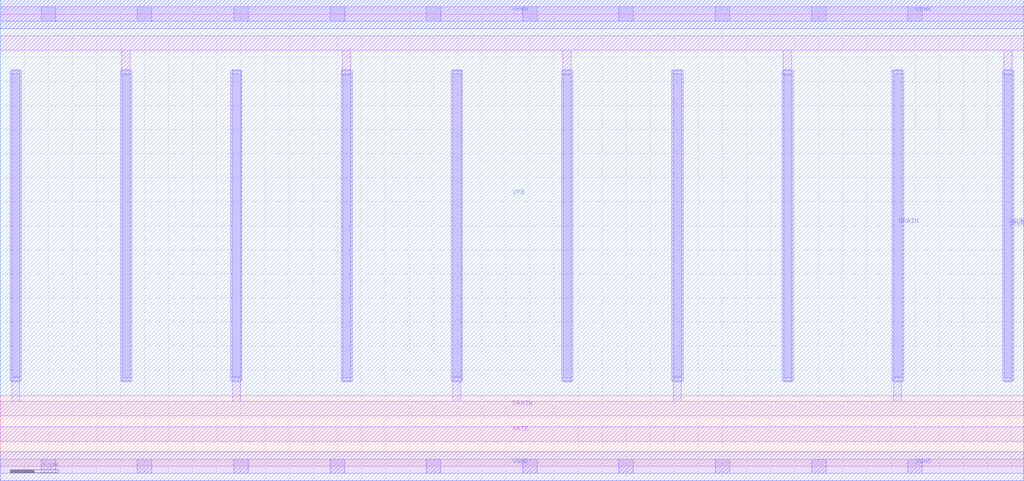
<source format=lef>
VERSION 5.7 ;
  NOWIREEXTENSIONATPIN ON ;
  DIVIDERCHAR "/" ;
  BUSBITCHARS "[]" ;
MACRO sky130_asc_pfet_01v8_lvt_9
  CLASS CORE ;
  FOREIGN sky130_asc_pfet_01v8_lvt_9 ;
  ORIGIN 0.000 0.000 ;
  SIZE 21.260 BY 9.400 ;
  SITE unitasc ;
  PIN GATE
    DIRECTION INOUT ;
    USE SIGNAL ;
    ANTENNAGATEAREA 116.099998 ;
    PORT
      LAYER li1 ;
        RECT 0.000 0.520 21.260 0.820 ;
    END
  END GATE
  PIN SOURCE
    DIRECTION INOUT ;
    USE SIGNAL ;
    ANTENNADIFFAREA 9.352500 ;
    PORT
      LAYER li1 ;
        RECT 0.000 8.650 21.260 8.950 ;
        RECT 2.525 8.245 2.695 8.650 ;
        RECT 7.105 8.245 7.275 8.650 ;
        RECT 11.685 8.245 11.855 8.650 ;
        RECT 16.265 8.245 16.435 8.650 ;
        RECT 20.845 8.245 21.015 8.650 ;
        RECT 2.525 8.130 2.700 8.245 ;
        RECT 7.105 8.130 7.280 8.245 ;
        RECT 11.685 8.130 11.860 8.245 ;
        RECT 16.265 8.130 16.440 8.245 ;
        RECT 20.845 8.130 21.020 8.245 ;
        RECT 2.530 1.755 2.700 8.130 ;
        RECT 7.110 1.755 7.280 8.130 ;
        RECT 11.690 1.755 11.860 8.130 ;
        RECT 16.270 1.755 16.440 8.130 ;
        RECT 20.850 1.755 21.020 8.130 ;
      LAYER mcon ;
        RECT 2.530 1.835 2.700 8.165 ;
        RECT 7.110 1.835 7.280 8.165 ;
        RECT 11.690 1.835 11.860 8.165 ;
        RECT 16.270 1.835 16.440 8.165 ;
        RECT 20.850 1.835 21.020 8.165 ;
      LAYER met1 ;
        RECT 2.500 1.775 2.730 8.225 ;
        RECT 7.080 1.775 7.310 8.225 ;
        RECT 11.660 1.775 11.890 8.225 ;
        RECT 16.240 1.775 16.470 8.225 ;
        RECT 20.820 1.775 21.050 8.225 ;
    END
  END SOURCE
  PIN DRAIN
    DIRECTION INOUT ;
    USE SIGNAL ;
    ANTENNADIFFAREA 9.352500 ;
    PORT
      LAYER li1 ;
        RECT 0.240 1.870 0.410 8.245 ;
        RECT 4.820 1.870 4.990 8.245 ;
        RECT 9.400 1.870 9.570 8.245 ;
        RECT 13.980 1.870 14.150 8.245 ;
        RECT 18.560 1.870 18.730 8.245 ;
        RECT 0.235 1.755 0.410 1.870 ;
        RECT 4.815 1.755 4.990 1.870 ;
        RECT 9.395 1.755 9.570 1.870 ;
        RECT 13.975 1.755 14.150 1.870 ;
        RECT 18.555 1.755 18.730 1.870 ;
        RECT 0.235 1.350 0.405 1.755 ;
        RECT 4.815 1.350 4.985 1.755 ;
        RECT 9.395 1.350 9.565 1.755 ;
        RECT 13.975 1.350 14.145 1.755 ;
        RECT 18.555 1.350 18.725 1.755 ;
        RECT 0.000 1.050 21.260 1.350 ;
      LAYER mcon ;
        RECT 0.240 1.835 0.410 8.165 ;
        RECT 4.820 1.835 4.990 8.165 ;
        RECT 9.400 1.835 9.570 8.165 ;
        RECT 13.980 1.835 14.150 8.165 ;
        RECT 18.560 1.835 18.730 8.165 ;
      LAYER met1 ;
        RECT 0.210 1.775 0.440 8.225 ;
        RECT 4.790 1.775 5.020 8.225 ;
        RECT 9.370 1.775 9.600 8.225 ;
        RECT 13.950 1.775 14.180 8.225 ;
        RECT 18.530 1.775 18.760 8.225 ;
    END
  END DRAIN
  PIN VPB
    DIRECTION INOUT ;
    USE POWER ;
    PORT
      LAYER nwell ;
        RECT 0.000 1.465 21.260 9.700 ;
    END
  END VPB
  PIN VPWR
    DIRECTION INOUT ;
    USE POWER ;
    PORT
      LAYER li1 ;
        RECT 0.000 9.250 21.260 9.550 ;
      LAYER mcon ;
        RECT 0.850 9.250 1.150 9.550 ;
        RECT 2.850 9.250 3.150 9.550 ;
        RECT 4.850 9.250 5.150 9.550 ;
        RECT 6.850 9.250 7.150 9.550 ;
        RECT 8.850 9.250 9.150 9.550 ;
        RECT 10.850 9.250 11.150 9.550 ;
        RECT 12.850 9.250 13.150 9.550 ;
        RECT 14.850 9.250 15.150 9.550 ;
        RECT 16.850 9.250 17.150 9.550 ;
        RECT 18.850 9.250 19.150 9.550 ;
      LAYER met1 ;
        RECT 0.000 9.100 21.260 9.700 ;
    END
  END VPWR
  PIN VGND
    DIRECTION INOUT ;
    USE GROUND ;
    PORT
      LAYER li1 ;
        RECT 0.000 -0.150 21.260 0.150 ;
      LAYER mcon ;
        RECT 0.850 -0.150 1.150 0.150 ;
        RECT 2.850 -0.150 3.150 0.150 ;
        RECT 4.850 -0.150 5.150 0.150 ;
        RECT 6.850 -0.150 7.150 0.150 ;
        RECT 8.850 -0.150 9.150 0.150 ;
        RECT 10.850 -0.150 11.150 0.150 ;
        RECT 12.850 -0.150 13.150 0.150 ;
        RECT 14.850 -0.150 15.150 0.150 ;
        RECT 16.850 -0.150 17.150 0.150 ;
        RECT 18.850 -0.150 19.150 0.150 ;
      LAYER met1 ;
        RECT 0.000 -0.300 21.260 0.300 ;
    END
  END VGND
END sky130_asc_pfet_01v8_lvt_9
END LIBRARY


</source>
